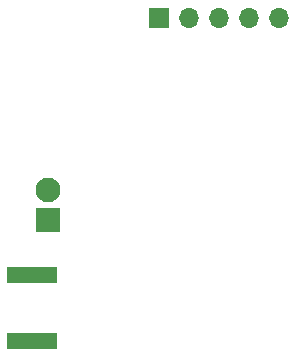
<source format=gbr>
%TF.GenerationSoftware,KiCad,Pcbnew,7.0.8*%
%TF.CreationDate,2024-01-01T15:13:20+01:00*%
%TF.ProjectId,IoT,496f542e-6b69-4636-9164-5f7063625858,rev?*%
%TF.SameCoordinates,Original*%
%TF.FileFunction,Soldermask,Bot*%
%TF.FilePolarity,Negative*%
%FSLAX46Y46*%
G04 Gerber Fmt 4.6, Leading zero omitted, Abs format (unit mm)*
G04 Created by KiCad (PCBNEW 7.0.8) date 2024-01-01 15:13:20*
%MOMM*%
%LPD*%
G01*
G04 APERTURE LIST*
%ADD10R,1.700000X1.700000*%
%ADD11O,1.700000X1.700000*%
%ADD12R,4.200000X1.350000*%
%ADD13R,2.100000X2.100000*%
%ADD14C,2.100000*%
G04 APERTURE END LIST*
D10*
%TO.C,J2*%
X128730000Y-66570000D03*
D11*
X131270000Y-66570000D03*
X133810000Y-66570000D03*
X136350000Y-66570000D03*
X138890000Y-66570000D03*
%TD*%
D12*
%TO.C,J1*%
X117975000Y-88275000D03*
X117975000Y-93925000D03*
%TD*%
D13*
%TO.C,J3*%
X119300000Y-83640000D03*
D14*
X119300000Y-81100000D03*
%TD*%
M02*

</source>
